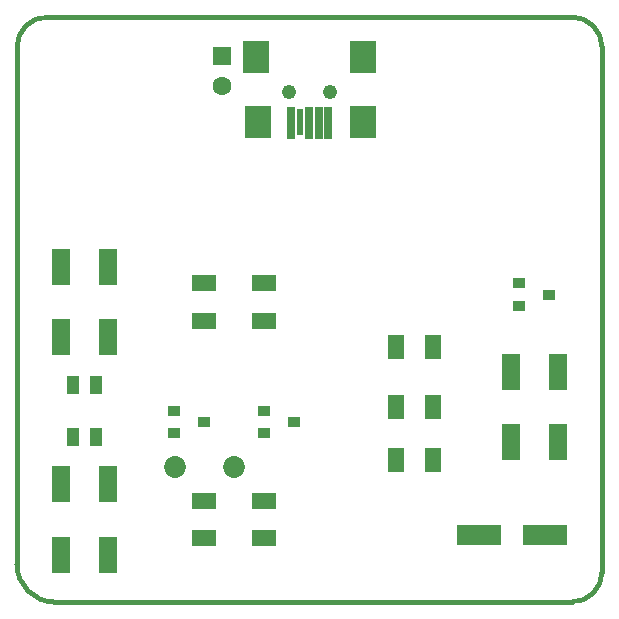
<source format=gts>
G04 (created by PCBNEW (2013-mar-13)-testing) date Mon 25 Mar 2013 01:51:38 PM CET*
%MOIN*%
G04 Gerber Fmt 3.4, Leading zero omitted, Abs format*
%FSLAX34Y34*%
G01*
G70*
G90*
G04 APERTURE LIST*
%ADD10C,2.3622e-06*%
%ADD11C,0.015*%
%ADD12R,0.042874X0.062874*%
%ADD13R,0.055074X0.078774*%
%ADD14R,0.027474X0.107874*%
%ADD15R,0.086574X0.106274*%
%ADD16R,0.024874X0.087874*%
%ADD17C,0.047874*%
%ADD18R,0.145574X0.070774*%
%ADD19R,0.062974X0.122074*%
%ADD20R,0.042874X0.031874*%
%ADD21R,0.062874X0.062874*%
%ADD22C,0.062874*%
%ADD23R,0.078774X0.055074*%
%ADD24C,0.072874*%
G04 APERTURE END LIST*
G54D10*
G54D11*
X67250Y-28250D02*
X49750Y-28250D01*
X68250Y-46750D02*
X68250Y-29250D01*
X68250Y-29250D02*
G75*
G03X67250Y-28250I-1000J0D01*
G74*
G01*
X50000Y-47750D02*
X67250Y-47750D01*
X48750Y-46500D02*
X48750Y-29250D01*
X48750Y-46500D02*
G75*
G03X50000Y-47750I1250J0D01*
G74*
G01*
X67250Y-47750D02*
G75*
G03X68250Y-46750I0J1000D01*
G74*
G01*
X49750Y-28250D02*
G75*
G03X48750Y-29250I0J-1000D01*
G74*
G01*
G54D12*
X50625Y-42250D03*
X51375Y-42250D03*
X50625Y-40500D03*
X51375Y-40500D03*
G54D13*
X62630Y-39250D03*
X61370Y-39250D03*
G54D14*
X58500Y-31774D03*
X58814Y-31774D03*
X57871Y-31774D03*
G54D15*
X60271Y-29569D03*
X60271Y-31734D03*
X56729Y-29569D03*
X56768Y-31734D03*
G54D16*
X58186Y-31750D03*
G54D17*
X59189Y-30750D03*
X57811Y-30750D03*
G54D14*
X59129Y-31774D03*
G54D18*
X66352Y-45500D03*
X64148Y-45500D03*
G54D19*
X50213Y-43819D03*
X51787Y-43819D03*
X50213Y-46181D03*
X51787Y-46181D03*
X50213Y-36569D03*
X51787Y-36569D03*
X50213Y-38931D03*
X51787Y-38931D03*
X65213Y-40069D03*
X66787Y-40069D03*
X65213Y-42431D03*
X66787Y-42431D03*
G54D20*
X54000Y-42125D03*
X54000Y-41375D03*
X55000Y-41750D03*
X65500Y-37875D03*
X65500Y-37125D03*
X66500Y-37500D03*
X57000Y-42125D03*
X57000Y-41375D03*
X58000Y-41750D03*
G54D21*
X55600Y-29550D03*
G54D22*
X55600Y-30550D03*
G54D13*
X62630Y-43000D03*
X61370Y-43000D03*
X62630Y-41250D03*
X61370Y-41250D03*
G54D23*
X57000Y-38380D03*
X57000Y-37120D03*
X57000Y-44370D03*
X57000Y-45630D03*
X55000Y-37120D03*
X55000Y-38380D03*
X55000Y-44370D03*
X55000Y-45630D03*
G54D24*
X54016Y-43250D03*
X55984Y-43250D03*
M02*

</source>
